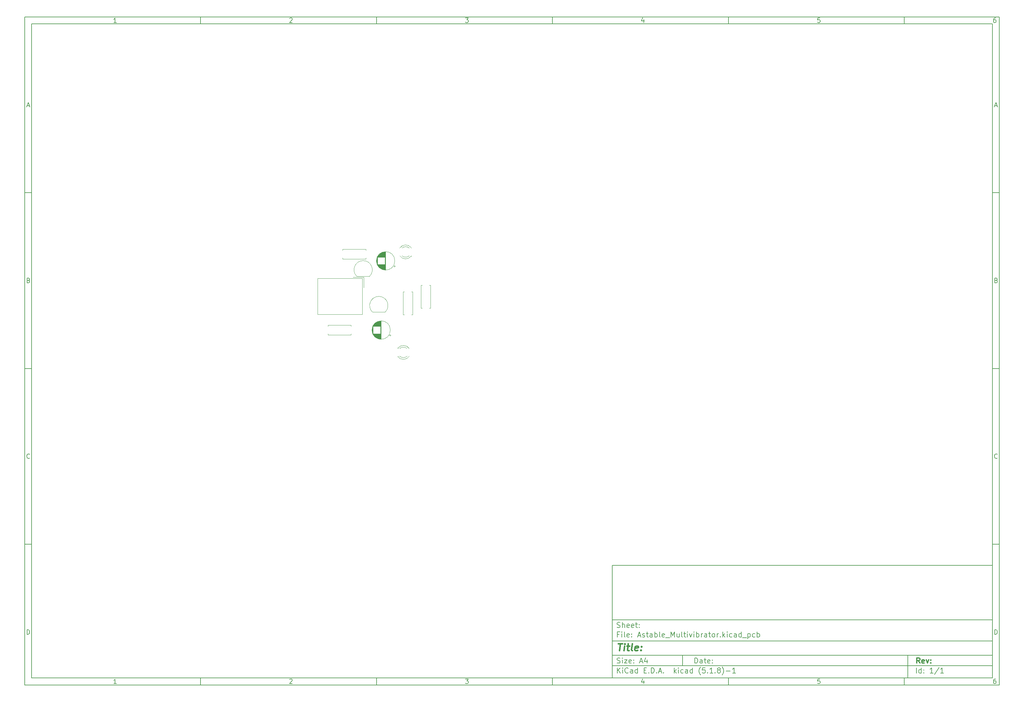
<source format=gto>
%TF.GenerationSoftware,KiCad,Pcbnew,(5.1.8)-1*%
%TF.CreationDate,2021-07-18T16:23:35-07:00*%
%TF.ProjectId,Astable_Multivibrator,41737461-626c-4655-9f4d-756c74697669,rev?*%
%TF.SameCoordinates,Original*%
%TF.FileFunction,Legend,Top*%
%TF.FilePolarity,Positive*%
%FSLAX46Y46*%
G04 Gerber Fmt 4.6, Leading zero omitted, Abs format (unit mm)*
G04 Created by KiCad (PCBNEW (5.1.8)-1) date 2021-07-18 16:23:35*
%MOMM*%
%LPD*%
G01*
G04 APERTURE LIST*
%ADD10C,0.100000*%
%ADD11C,0.150000*%
%ADD12C,0.300000*%
%ADD13C,0.400000*%
%ADD14C,0.120000*%
G04 APERTURE END LIST*
D10*
D11*
X177002200Y-166007200D02*
X177002200Y-198007200D01*
X285002200Y-198007200D01*
X285002200Y-166007200D01*
X177002200Y-166007200D01*
D10*
D11*
X10000000Y-10000000D02*
X10000000Y-200007200D01*
X287002200Y-200007200D01*
X287002200Y-10000000D01*
X10000000Y-10000000D01*
D10*
D11*
X12000000Y-12000000D02*
X12000000Y-198007200D01*
X285002200Y-198007200D01*
X285002200Y-12000000D01*
X12000000Y-12000000D01*
D10*
D11*
X60000000Y-12000000D02*
X60000000Y-10000000D01*
D10*
D11*
X110000000Y-12000000D02*
X110000000Y-10000000D01*
D10*
D11*
X160000000Y-12000000D02*
X160000000Y-10000000D01*
D10*
D11*
X210000000Y-12000000D02*
X210000000Y-10000000D01*
D10*
D11*
X260000000Y-12000000D02*
X260000000Y-10000000D01*
D10*
D11*
X36065476Y-11588095D02*
X35322619Y-11588095D01*
X35694047Y-11588095D02*
X35694047Y-10288095D01*
X35570238Y-10473809D01*
X35446428Y-10597619D01*
X35322619Y-10659523D01*
D10*
D11*
X85322619Y-10411904D02*
X85384523Y-10350000D01*
X85508333Y-10288095D01*
X85817857Y-10288095D01*
X85941666Y-10350000D01*
X86003571Y-10411904D01*
X86065476Y-10535714D01*
X86065476Y-10659523D01*
X86003571Y-10845238D01*
X85260714Y-11588095D01*
X86065476Y-11588095D01*
D10*
D11*
X135260714Y-10288095D02*
X136065476Y-10288095D01*
X135632142Y-10783333D01*
X135817857Y-10783333D01*
X135941666Y-10845238D01*
X136003571Y-10907142D01*
X136065476Y-11030952D01*
X136065476Y-11340476D01*
X136003571Y-11464285D01*
X135941666Y-11526190D01*
X135817857Y-11588095D01*
X135446428Y-11588095D01*
X135322619Y-11526190D01*
X135260714Y-11464285D01*
D10*
D11*
X185941666Y-10721428D02*
X185941666Y-11588095D01*
X185632142Y-10226190D02*
X185322619Y-11154761D01*
X186127380Y-11154761D01*
D10*
D11*
X236003571Y-10288095D02*
X235384523Y-10288095D01*
X235322619Y-10907142D01*
X235384523Y-10845238D01*
X235508333Y-10783333D01*
X235817857Y-10783333D01*
X235941666Y-10845238D01*
X236003571Y-10907142D01*
X236065476Y-11030952D01*
X236065476Y-11340476D01*
X236003571Y-11464285D01*
X235941666Y-11526190D01*
X235817857Y-11588095D01*
X235508333Y-11588095D01*
X235384523Y-11526190D01*
X235322619Y-11464285D01*
D10*
D11*
X285941666Y-10288095D02*
X285694047Y-10288095D01*
X285570238Y-10350000D01*
X285508333Y-10411904D01*
X285384523Y-10597619D01*
X285322619Y-10845238D01*
X285322619Y-11340476D01*
X285384523Y-11464285D01*
X285446428Y-11526190D01*
X285570238Y-11588095D01*
X285817857Y-11588095D01*
X285941666Y-11526190D01*
X286003571Y-11464285D01*
X286065476Y-11340476D01*
X286065476Y-11030952D01*
X286003571Y-10907142D01*
X285941666Y-10845238D01*
X285817857Y-10783333D01*
X285570238Y-10783333D01*
X285446428Y-10845238D01*
X285384523Y-10907142D01*
X285322619Y-11030952D01*
D10*
D11*
X60000000Y-198007200D02*
X60000000Y-200007200D01*
D10*
D11*
X110000000Y-198007200D02*
X110000000Y-200007200D01*
D10*
D11*
X160000000Y-198007200D02*
X160000000Y-200007200D01*
D10*
D11*
X210000000Y-198007200D02*
X210000000Y-200007200D01*
D10*
D11*
X260000000Y-198007200D02*
X260000000Y-200007200D01*
D10*
D11*
X36065476Y-199595295D02*
X35322619Y-199595295D01*
X35694047Y-199595295D02*
X35694047Y-198295295D01*
X35570238Y-198481009D01*
X35446428Y-198604819D01*
X35322619Y-198666723D01*
D10*
D11*
X85322619Y-198419104D02*
X85384523Y-198357200D01*
X85508333Y-198295295D01*
X85817857Y-198295295D01*
X85941666Y-198357200D01*
X86003571Y-198419104D01*
X86065476Y-198542914D01*
X86065476Y-198666723D01*
X86003571Y-198852438D01*
X85260714Y-199595295D01*
X86065476Y-199595295D01*
D10*
D11*
X135260714Y-198295295D02*
X136065476Y-198295295D01*
X135632142Y-198790533D01*
X135817857Y-198790533D01*
X135941666Y-198852438D01*
X136003571Y-198914342D01*
X136065476Y-199038152D01*
X136065476Y-199347676D01*
X136003571Y-199471485D01*
X135941666Y-199533390D01*
X135817857Y-199595295D01*
X135446428Y-199595295D01*
X135322619Y-199533390D01*
X135260714Y-199471485D01*
D10*
D11*
X185941666Y-198728628D02*
X185941666Y-199595295D01*
X185632142Y-198233390D02*
X185322619Y-199161961D01*
X186127380Y-199161961D01*
D10*
D11*
X236003571Y-198295295D02*
X235384523Y-198295295D01*
X235322619Y-198914342D01*
X235384523Y-198852438D01*
X235508333Y-198790533D01*
X235817857Y-198790533D01*
X235941666Y-198852438D01*
X236003571Y-198914342D01*
X236065476Y-199038152D01*
X236065476Y-199347676D01*
X236003571Y-199471485D01*
X235941666Y-199533390D01*
X235817857Y-199595295D01*
X235508333Y-199595295D01*
X235384523Y-199533390D01*
X235322619Y-199471485D01*
D10*
D11*
X285941666Y-198295295D02*
X285694047Y-198295295D01*
X285570238Y-198357200D01*
X285508333Y-198419104D01*
X285384523Y-198604819D01*
X285322619Y-198852438D01*
X285322619Y-199347676D01*
X285384523Y-199471485D01*
X285446428Y-199533390D01*
X285570238Y-199595295D01*
X285817857Y-199595295D01*
X285941666Y-199533390D01*
X286003571Y-199471485D01*
X286065476Y-199347676D01*
X286065476Y-199038152D01*
X286003571Y-198914342D01*
X285941666Y-198852438D01*
X285817857Y-198790533D01*
X285570238Y-198790533D01*
X285446428Y-198852438D01*
X285384523Y-198914342D01*
X285322619Y-199038152D01*
D10*
D11*
X10000000Y-60000000D02*
X12000000Y-60000000D01*
D10*
D11*
X10000000Y-110000000D02*
X12000000Y-110000000D01*
D10*
D11*
X10000000Y-160000000D02*
X12000000Y-160000000D01*
D10*
D11*
X10690476Y-35216666D02*
X11309523Y-35216666D01*
X10566666Y-35588095D02*
X11000000Y-34288095D01*
X11433333Y-35588095D01*
D10*
D11*
X11092857Y-84907142D02*
X11278571Y-84969047D01*
X11340476Y-85030952D01*
X11402380Y-85154761D01*
X11402380Y-85340476D01*
X11340476Y-85464285D01*
X11278571Y-85526190D01*
X11154761Y-85588095D01*
X10659523Y-85588095D01*
X10659523Y-84288095D01*
X11092857Y-84288095D01*
X11216666Y-84350000D01*
X11278571Y-84411904D01*
X11340476Y-84535714D01*
X11340476Y-84659523D01*
X11278571Y-84783333D01*
X11216666Y-84845238D01*
X11092857Y-84907142D01*
X10659523Y-84907142D01*
D10*
D11*
X11402380Y-135464285D02*
X11340476Y-135526190D01*
X11154761Y-135588095D01*
X11030952Y-135588095D01*
X10845238Y-135526190D01*
X10721428Y-135402380D01*
X10659523Y-135278571D01*
X10597619Y-135030952D01*
X10597619Y-134845238D01*
X10659523Y-134597619D01*
X10721428Y-134473809D01*
X10845238Y-134350000D01*
X11030952Y-134288095D01*
X11154761Y-134288095D01*
X11340476Y-134350000D01*
X11402380Y-134411904D01*
D10*
D11*
X10659523Y-185588095D02*
X10659523Y-184288095D01*
X10969047Y-184288095D01*
X11154761Y-184350000D01*
X11278571Y-184473809D01*
X11340476Y-184597619D01*
X11402380Y-184845238D01*
X11402380Y-185030952D01*
X11340476Y-185278571D01*
X11278571Y-185402380D01*
X11154761Y-185526190D01*
X10969047Y-185588095D01*
X10659523Y-185588095D01*
D10*
D11*
X287002200Y-60000000D02*
X285002200Y-60000000D01*
D10*
D11*
X287002200Y-110000000D02*
X285002200Y-110000000D01*
D10*
D11*
X287002200Y-160000000D02*
X285002200Y-160000000D01*
D10*
D11*
X285692676Y-35216666D02*
X286311723Y-35216666D01*
X285568866Y-35588095D02*
X286002200Y-34288095D01*
X286435533Y-35588095D01*
D10*
D11*
X286095057Y-84907142D02*
X286280771Y-84969047D01*
X286342676Y-85030952D01*
X286404580Y-85154761D01*
X286404580Y-85340476D01*
X286342676Y-85464285D01*
X286280771Y-85526190D01*
X286156961Y-85588095D01*
X285661723Y-85588095D01*
X285661723Y-84288095D01*
X286095057Y-84288095D01*
X286218866Y-84350000D01*
X286280771Y-84411904D01*
X286342676Y-84535714D01*
X286342676Y-84659523D01*
X286280771Y-84783333D01*
X286218866Y-84845238D01*
X286095057Y-84907142D01*
X285661723Y-84907142D01*
D10*
D11*
X286404580Y-135464285D02*
X286342676Y-135526190D01*
X286156961Y-135588095D01*
X286033152Y-135588095D01*
X285847438Y-135526190D01*
X285723628Y-135402380D01*
X285661723Y-135278571D01*
X285599819Y-135030952D01*
X285599819Y-134845238D01*
X285661723Y-134597619D01*
X285723628Y-134473809D01*
X285847438Y-134350000D01*
X286033152Y-134288095D01*
X286156961Y-134288095D01*
X286342676Y-134350000D01*
X286404580Y-134411904D01*
D10*
D11*
X285661723Y-185588095D02*
X285661723Y-184288095D01*
X285971247Y-184288095D01*
X286156961Y-184350000D01*
X286280771Y-184473809D01*
X286342676Y-184597619D01*
X286404580Y-184845238D01*
X286404580Y-185030952D01*
X286342676Y-185278571D01*
X286280771Y-185402380D01*
X286156961Y-185526190D01*
X285971247Y-185588095D01*
X285661723Y-185588095D01*
D10*
D11*
X200434342Y-193785771D02*
X200434342Y-192285771D01*
X200791485Y-192285771D01*
X201005771Y-192357200D01*
X201148628Y-192500057D01*
X201220057Y-192642914D01*
X201291485Y-192928628D01*
X201291485Y-193142914D01*
X201220057Y-193428628D01*
X201148628Y-193571485D01*
X201005771Y-193714342D01*
X200791485Y-193785771D01*
X200434342Y-193785771D01*
X202577200Y-193785771D02*
X202577200Y-193000057D01*
X202505771Y-192857200D01*
X202362914Y-192785771D01*
X202077200Y-192785771D01*
X201934342Y-192857200D01*
X202577200Y-193714342D02*
X202434342Y-193785771D01*
X202077200Y-193785771D01*
X201934342Y-193714342D01*
X201862914Y-193571485D01*
X201862914Y-193428628D01*
X201934342Y-193285771D01*
X202077200Y-193214342D01*
X202434342Y-193214342D01*
X202577200Y-193142914D01*
X203077200Y-192785771D02*
X203648628Y-192785771D01*
X203291485Y-192285771D02*
X203291485Y-193571485D01*
X203362914Y-193714342D01*
X203505771Y-193785771D01*
X203648628Y-193785771D01*
X204720057Y-193714342D02*
X204577200Y-193785771D01*
X204291485Y-193785771D01*
X204148628Y-193714342D01*
X204077200Y-193571485D01*
X204077200Y-193000057D01*
X204148628Y-192857200D01*
X204291485Y-192785771D01*
X204577200Y-192785771D01*
X204720057Y-192857200D01*
X204791485Y-193000057D01*
X204791485Y-193142914D01*
X204077200Y-193285771D01*
X205434342Y-193642914D02*
X205505771Y-193714342D01*
X205434342Y-193785771D01*
X205362914Y-193714342D01*
X205434342Y-193642914D01*
X205434342Y-193785771D01*
X205434342Y-192857200D02*
X205505771Y-192928628D01*
X205434342Y-193000057D01*
X205362914Y-192928628D01*
X205434342Y-192857200D01*
X205434342Y-193000057D01*
D10*
D11*
X177002200Y-194507200D02*
X285002200Y-194507200D01*
D10*
D11*
X178434342Y-196585771D02*
X178434342Y-195085771D01*
X179291485Y-196585771D02*
X178648628Y-195728628D01*
X179291485Y-195085771D02*
X178434342Y-195942914D01*
X179934342Y-196585771D02*
X179934342Y-195585771D01*
X179934342Y-195085771D02*
X179862914Y-195157200D01*
X179934342Y-195228628D01*
X180005771Y-195157200D01*
X179934342Y-195085771D01*
X179934342Y-195228628D01*
X181505771Y-196442914D02*
X181434342Y-196514342D01*
X181220057Y-196585771D01*
X181077200Y-196585771D01*
X180862914Y-196514342D01*
X180720057Y-196371485D01*
X180648628Y-196228628D01*
X180577200Y-195942914D01*
X180577200Y-195728628D01*
X180648628Y-195442914D01*
X180720057Y-195300057D01*
X180862914Y-195157200D01*
X181077200Y-195085771D01*
X181220057Y-195085771D01*
X181434342Y-195157200D01*
X181505771Y-195228628D01*
X182791485Y-196585771D02*
X182791485Y-195800057D01*
X182720057Y-195657200D01*
X182577200Y-195585771D01*
X182291485Y-195585771D01*
X182148628Y-195657200D01*
X182791485Y-196514342D02*
X182648628Y-196585771D01*
X182291485Y-196585771D01*
X182148628Y-196514342D01*
X182077200Y-196371485D01*
X182077200Y-196228628D01*
X182148628Y-196085771D01*
X182291485Y-196014342D01*
X182648628Y-196014342D01*
X182791485Y-195942914D01*
X184148628Y-196585771D02*
X184148628Y-195085771D01*
X184148628Y-196514342D02*
X184005771Y-196585771D01*
X183720057Y-196585771D01*
X183577200Y-196514342D01*
X183505771Y-196442914D01*
X183434342Y-196300057D01*
X183434342Y-195871485D01*
X183505771Y-195728628D01*
X183577200Y-195657200D01*
X183720057Y-195585771D01*
X184005771Y-195585771D01*
X184148628Y-195657200D01*
X186005771Y-195800057D02*
X186505771Y-195800057D01*
X186720057Y-196585771D02*
X186005771Y-196585771D01*
X186005771Y-195085771D01*
X186720057Y-195085771D01*
X187362914Y-196442914D02*
X187434342Y-196514342D01*
X187362914Y-196585771D01*
X187291485Y-196514342D01*
X187362914Y-196442914D01*
X187362914Y-196585771D01*
X188077200Y-196585771D02*
X188077200Y-195085771D01*
X188434342Y-195085771D01*
X188648628Y-195157200D01*
X188791485Y-195300057D01*
X188862914Y-195442914D01*
X188934342Y-195728628D01*
X188934342Y-195942914D01*
X188862914Y-196228628D01*
X188791485Y-196371485D01*
X188648628Y-196514342D01*
X188434342Y-196585771D01*
X188077200Y-196585771D01*
X189577200Y-196442914D02*
X189648628Y-196514342D01*
X189577200Y-196585771D01*
X189505771Y-196514342D01*
X189577200Y-196442914D01*
X189577200Y-196585771D01*
X190220057Y-196157200D02*
X190934342Y-196157200D01*
X190077200Y-196585771D02*
X190577200Y-195085771D01*
X191077200Y-196585771D01*
X191577200Y-196442914D02*
X191648628Y-196514342D01*
X191577200Y-196585771D01*
X191505771Y-196514342D01*
X191577200Y-196442914D01*
X191577200Y-196585771D01*
X194577200Y-196585771D02*
X194577200Y-195085771D01*
X194720057Y-196014342D02*
X195148628Y-196585771D01*
X195148628Y-195585771D02*
X194577200Y-196157200D01*
X195791485Y-196585771D02*
X195791485Y-195585771D01*
X195791485Y-195085771D02*
X195720057Y-195157200D01*
X195791485Y-195228628D01*
X195862914Y-195157200D01*
X195791485Y-195085771D01*
X195791485Y-195228628D01*
X197148628Y-196514342D02*
X197005771Y-196585771D01*
X196720057Y-196585771D01*
X196577200Y-196514342D01*
X196505771Y-196442914D01*
X196434342Y-196300057D01*
X196434342Y-195871485D01*
X196505771Y-195728628D01*
X196577200Y-195657200D01*
X196720057Y-195585771D01*
X197005771Y-195585771D01*
X197148628Y-195657200D01*
X198434342Y-196585771D02*
X198434342Y-195800057D01*
X198362914Y-195657200D01*
X198220057Y-195585771D01*
X197934342Y-195585771D01*
X197791485Y-195657200D01*
X198434342Y-196514342D02*
X198291485Y-196585771D01*
X197934342Y-196585771D01*
X197791485Y-196514342D01*
X197720057Y-196371485D01*
X197720057Y-196228628D01*
X197791485Y-196085771D01*
X197934342Y-196014342D01*
X198291485Y-196014342D01*
X198434342Y-195942914D01*
X199791485Y-196585771D02*
X199791485Y-195085771D01*
X199791485Y-196514342D02*
X199648628Y-196585771D01*
X199362914Y-196585771D01*
X199220057Y-196514342D01*
X199148628Y-196442914D01*
X199077200Y-196300057D01*
X199077200Y-195871485D01*
X199148628Y-195728628D01*
X199220057Y-195657200D01*
X199362914Y-195585771D01*
X199648628Y-195585771D01*
X199791485Y-195657200D01*
X202077200Y-197157200D02*
X202005771Y-197085771D01*
X201862914Y-196871485D01*
X201791485Y-196728628D01*
X201720057Y-196514342D01*
X201648628Y-196157200D01*
X201648628Y-195871485D01*
X201720057Y-195514342D01*
X201791485Y-195300057D01*
X201862914Y-195157200D01*
X202005771Y-194942914D01*
X202077200Y-194871485D01*
X203362914Y-195085771D02*
X202648628Y-195085771D01*
X202577200Y-195800057D01*
X202648628Y-195728628D01*
X202791485Y-195657200D01*
X203148628Y-195657200D01*
X203291485Y-195728628D01*
X203362914Y-195800057D01*
X203434342Y-195942914D01*
X203434342Y-196300057D01*
X203362914Y-196442914D01*
X203291485Y-196514342D01*
X203148628Y-196585771D01*
X202791485Y-196585771D01*
X202648628Y-196514342D01*
X202577200Y-196442914D01*
X204077200Y-196442914D02*
X204148628Y-196514342D01*
X204077200Y-196585771D01*
X204005771Y-196514342D01*
X204077200Y-196442914D01*
X204077200Y-196585771D01*
X205577200Y-196585771D02*
X204720057Y-196585771D01*
X205148628Y-196585771D02*
X205148628Y-195085771D01*
X205005771Y-195300057D01*
X204862914Y-195442914D01*
X204720057Y-195514342D01*
X206220057Y-196442914D02*
X206291485Y-196514342D01*
X206220057Y-196585771D01*
X206148628Y-196514342D01*
X206220057Y-196442914D01*
X206220057Y-196585771D01*
X207148628Y-195728628D02*
X207005771Y-195657200D01*
X206934342Y-195585771D01*
X206862914Y-195442914D01*
X206862914Y-195371485D01*
X206934342Y-195228628D01*
X207005771Y-195157200D01*
X207148628Y-195085771D01*
X207434342Y-195085771D01*
X207577200Y-195157200D01*
X207648628Y-195228628D01*
X207720057Y-195371485D01*
X207720057Y-195442914D01*
X207648628Y-195585771D01*
X207577200Y-195657200D01*
X207434342Y-195728628D01*
X207148628Y-195728628D01*
X207005771Y-195800057D01*
X206934342Y-195871485D01*
X206862914Y-196014342D01*
X206862914Y-196300057D01*
X206934342Y-196442914D01*
X207005771Y-196514342D01*
X207148628Y-196585771D01*
X207434342Y-196585771D01*
X207577200Y-196514342D01*
X207648628Y-196442914D01*
X207720057Y-196300057D01*
X207720057Y-196014342D01*
X207648628Y-195871485D01*
X207577200Y-195800057D01*
X207434342Y-195728628D01*
X208220057Y-197157200D02*
X208291485Y-197085771D01*
X208434342Y-196871485D01*
X208505771Y-196728628D01*
X208577200Y-196514342D01*
X208648628Y-196157200D01*
X208648628Y-195871485D01*
X208577200Y-195514342D01*
X208505771Y-195300057D01*
X208434342Y-195157200D01*
X208291485Y-194942914D01*
X208220057Y-194871485D01*
X209362914Y-196014342D02*
X210505771Y-196014342D01*
X212005771Y-196585771D02*
X211148628Y-196585771D01*
X211577200Y-196585771D02*
X211577200Y-195085771D01*
X211434342Y-195300057D01*
X211291485Y-195442914D01*
X211148628Y-195514342D01*
D10*
D11*
X177002200Y-191507200D02*
X285002200Y-191507200D01*
D10*
D12*
X264411485Y-193785771D02*
X263911485Y-193071485D01*
X263554342Y-193785771D02*
X263554342Y-192285771D01*
X264125771Y-192285771D01*
X264268628Y-192357200D01*
X264340057Y-192428628D01*
X264411485Y-192571485D01*
X264411485Y-192785771D01*
X264340057Y-192928628D01*
X264268628Y-193000057D01*
X264125771Y-193071485D01*
X263554342Y-193071485D01*
X265625771Y-193714342D02*
X265482914Y-193785771D01*
X265197200Y-193785771D01*
X265054342Y-193714342D01*
X264982914Y-193571485D01*
X264982914Y-193000057D01*
X265054342Y-192857200D01*
X265197200Y-192785771D01*
X265482914Y-192785771D01*
X265625771Y-192857200D01*
X265697200Y-193000057D01*
X265697200Y-193142914D01*
X264982914Y-193285771D01*
X266197200Y-192785771D02*
X266554342Y-193785771D01*
X266911485Y-192785771D01*
X267482914Y-193642914D02*
X267554342Y-193714342D01*
X267482914Y-193785771D01*
X267411485Y-193714342D01*
X267482914Y-193642914D01*
X267482914Y-193785771D01*
X267482914Y-192857200D02*
X267554342Y-192928628D01*
X267482914Y-193000057D01*
X267411485Y-192928628D01*
X267482914Y-192857200D01*
X267482914Y-193000057D01*
D10*
D11*
X178362914Y-193714342D02*
X178577200Y-193785771D01*
X178934342Y-193785771D01*
X179077200Y-193714342D01*
X179148628Y-193642914D01*
X179220057Y-193500057D01*
X179220057Y-193357200D01*
X179148628Y-193214342D01*
X179077200Y-193142914D01*
X178934342Y-193071485D01*
X178648628Y-193000057D01*
X178505771Y-192928628D01*
X178434342Y-192857200D01*
X178362914Y-192714342D01*
X178362914Y-192571485D01*
X178434342Y-192428628D01*
X178505771Y-192357200D01*
X178648628Y-192285771D01*
X179005771Y-192285771D01*
X179220057Y-192357200D01*
X179862914Y-193785771D02*
X179862914Y-192785771D01*
X179862914Y-192285771D02*
X179791485Y-192357200D01*
X179862914Y-192428628D01*
X179934342Y-192357200D01*
X179862914Y-192285771D01*
X179862914Y-192428628D01*
X180434342Y-192785771D02*
X181220057Y-192785771D01*
X180434342Y-193785771D01*
X181220057Y-193785771D01*
X182362914Y-193714342D02*
X182220057Y-193785771D01*
X181934342Y-193785771D01*
X181791485Y-193714342D01*
X181720057Y-193571485D01*
X181720057Y-193000057D01*
X181791485Y-192857200D01*
X181934342Y-192785771D01*
X182220057Y-192785771D01*
X182362914Y-192857200D01*
X182434342Y-193000057D01*
X182434342Y-193142914D01*
X181720057Y-193285771D01*
X183077200Y-193642914D02*
X183148628Y-193714342D01*
X183077200Y-193785771D01*
X183005771Y-193714342D01*
X183077200Y-193642914D01*
X183077200Y-193785771D01*
X183077200Y-192857200D02*
X183148628Y-192928628D01*
X183077200Y-193000057D01*
X183005771Y-192928628D01*
X183077200Y-192857200D01*
X183077200Y-193000057D01*
X184862914Y-193357200D02*
X185577200Y-193357200D01*
X184720057Y-193785771D02*
X185220057Y-192285771D01*
X185720057Y-193785771D01*
X186862914Y-192785771D02*
X186862914Y-193785771D01*
X186505771Y-192214342D02*
X186148628Y-193285771D01*
X187077200Y-193285771D01*
D10*
D11*
X263434342Y-196585771D02*
X263434342Y-195085771D01*
X264791485Y-196585771D02*
X264791485Y-195085771D01*
X264791485Y-196514342D02*
X264648628Y-196585771D01*
X264362914Y-196585771D01*
X264220057Y-196514342D01*
X264148628Y-196442914D01*
X264077200Y-196300057D01*
X264077200Y-195871485D01*
X264148628Y-195728628D01*
X264220057Y-195657200D01*
X264362914Y-195585771D01*
X264648628Y-195585771D01*
X264791485Y-195657200D01*
X265505771Y-196442914D02*
X265577200Y-196514342D01*
X265505771Y-196585771D01*
X265434342Y-196514342D01*
X265505771Y-196442914D01*
X265505771Y-196585771D01*
X265505771Y-195657200D02*
X265577200Y-195728628D01*
X265505771Y-195800057D01*
X265434342Y-195728628D01*
X265505771Y-195657200D01*
X265505771Y-195800057D01*
X268148628Y-196585771D02*
X267291485Y-196585771D01*
X267720057Y-196585771D02*
X267720057Y-195085771D01*
X267577200Y-195300057D01*
X267434342Y-195442914D01*
X267291485Y-195514342D01*
X269862914Y-195014342D02*
X268577200Y-196942914D01*
X271148628Y-196585771D02*
X270291485Y-196585771D01*
X270720057Y-196585771D02*
X270720057Y-195085771D01*
X270577200Y-195300057D01*
X270434342Y-195442914D01*
X270291485Y-195514342D01*
D10*
D11*
X177002200Y-187507200D02*
X285002200Y-187507200D01*
D10*
D13*
X178714580Y-188211961D02*
X179857438Y-188211961D01*
X179036009Y-190211961D02*
X179286009Y-188211961D01*
X180274104Y-190211961D02*
X180440771Y-188878628D01*
X180524104Y-188211961D02*
X180416961Y-188307200D01*
X180500295Y-188402438D01*
X180607438Y-188307200D01*
X180524104Y-188211961D01*
X180500295Y-188402438D01*
X181107438Y-188878628D02*
X181869342Y-188878628D01*
X181476485Y-188211961D02*
X181262200Y-189926247D01*
X181333628Y-190116723D01*
X181512200Y-190211961D01*
X181702676Y-190211961D01*
X182655057Y-190211961D02*
X182476485Y-190116723D01*
X182405057Y-189926247D01*
X182619342Y-188211961D01*
X184190771Y-190116723D02*
X183988390Y-190211961D01*
X183607438Y-190211961D01*
X183428866Y-190116723D01*
X183357438Y-189926247D01*
X183452676Y-189164342D01*
X183571723Y-188973866D01*
X183774104Y-188878628D01*
X184155057Y-188878628D01*
X184333628Y-188973866D01*
X184405057Y-189164342D01*
X184381247Y-189354819D01*
X183405057Y-189545295D01*
X185155057Y-190021485D02*
X185238390Y-190116723D01*
X185131247Y-190211961D01*
X185047914Y-190116723D01*
X185155057Y-190021485D01*
X185131247Y-190211961D01*
X185286009Y-188973866D02*
X185369342Y-189069104D01*
X185262200Y-189164342D01*
X185178866Y-189069104D01*
X185286009Y-188973866D01*
X185262200Y-189164342D01*
D10*
D11*
X178934342Y-185600057D02*
X178434342Y-185600057D01*
X178434342Y-186385771D02*
X178434342Y-184885771D01*
X179148628Y-184885771D01*
X179720057Y-186385771D02*
X179720057Y-185385771D01*
X179720057Y-184885771D02*
X179648628Y-184957200D01*
X179720057Y-185028628D01*
X179791485Y-184957200D01*
X179720057Y-184885771D01*
X179720057Y-185028628D01*
X180648628Y-186385771D02*
X180505771Y-186314342D01*
X180434342Y-186171485D01*
X180434342Y-184885771D01*
X181791485Y-186314342D02*
X181648628Y-186385771D01*
X181362914Y-186385771D01*
X181220057Y-186314342D01*
X181148628Y-186171485D01*
X181148628Y-185600057D01*
X181220057Y-185457200D01*
X181362914Y-185385771D01*
X181648628Y-185385771D01*
X181791485Y-185457200D01*
X181862914Y-185600057D01*
X181862914Y-185742914D01*
X181148628Y-185885771D01*
X182505771Y-186242914D02*
X182577200Y-186314342D01*
X182505771Y-186385771D01*
X182434342Y-186314342D01*
X182505771Y-186242914D01*
X182505771Y-186385771D01*
X182505771Y-185457200D02*
X182577200Y-185528628D01*
X182505771Y-185600057D01*
X182434342Y-185528628D01*
X182505771Y-185457200D01*
X182505771Y-185600057D01*
X184291485Y-185957200D02*
X185005771Y-185957200D01*
X184148628Y-186385771D02*
X184648628Y-184885771D01*
X185148628Y-186385771D01*
X185577200Y-186314342D02*
X185720057Y-186385771D01*
X186005771Y-186385771D01*
X186148628Y-186314342D01*
X186220057Y-186171485D01*
X186220057Y-186100057D01*
X186148628Y-185957200D01*
X186005771Y-185885771D01*
X185791485Y-185885771D01*
X185648628Y-185814342D01*
X185577200Y-185671485D01*
X185577200Y-185600057D01*
X185648628Y-185457200D01*
X185791485Y-185385771D01*
X186005771Y-185385771D01*
X186148628Y-185457200D01*
X186648628Y-185385771D02*
X187220057Y-185385771D01*
X186862914Y-184885771D02*
X186862914Y-186171485D01*
X186934342Y-186314342D01*
X187077200Y-186385771D01*
X187220057Y-186385771D01*
X188362914Y-186385771D02*
X188362914Y-185600057D01*
X188291485Y-185457200D01*
X188148628Y-185385771D01*
X187862914Y-185385771D01*
X187720057Y-185457200D01*
X188362914Y-186314342D02*
X188220057Y-186385771D01*
X187862914Y-186385771D01*
X187720057Y-186314342D01*
X187648628Y-186171485D01*
X187648628Y-186028628D01*
X187720057Y-185885771D01*
X187862914Y-185814342D01*
X188220057Y-185814342D01*
X188362914Y-185742914D01*
X189077200Y-186385771D02*
X189077200Y-184885771D01*
X189077200Y-185457200D02*
X189220057Y-185385771D01*
X189505771Y-185385771D01*
X189648628Y-185457200D01*
X189720057Y-185528628D01*
X189791485Y-185671485D01*
X189791485Y-186100057D01*
X189720057Y-186242914D01*
X189648628Y-186314342D01*
X189505771Y-186385771D01*
X189220057Y-186385771D01*
X189077200Y-186314342D01*
X190648628Y-186385771D02*
X190505771Y-186314342D01*
X190434342Y-186171485D01*
X190434342Y-184885771D01*
X191791485Y-186314342D02*
X191648628Y-186385771D01*
X191362914Y-186385771D01*
X191220057Y-186314342D01*
X191148628Y-186171485D01*
X191148628Y-185600057D01*
X191220057Y-185457200D01*
X191362914Y-185385771D01*
X191648628Y-185385771D01*
X191791485Y-185457200D01*
X191862914Y-185600057D01*
X191862914Y-185742914D01*
X191148628Y-185885771D01*
X192148628Y-186528628D02*
X193291485Y-186528628D01*
X193648628Y-186385771D02*
X193648628Y-184885771D01*
X194148628Y-185957200D01*
X194648628Y-184885771D01*
X194648628Y-186385771D01*
X196005771Y-185385771D02*
X196005771Y-186385771D01*
X195362914Y-185385771D02*
X195362914Y-186171485D01*
X195434342Y-186314342D01*
X195577200Y-186385771D01*
X195791485Y-186385771D01*
X195934342Y-186314342D01*
X196005771Y-186242914D01*
X196934342Y-186385771D02*
X196791485Y-186314342D01*
X196720057Y-186171485D01*
X196720057Y-184885771D01*
X197291485Y-185385771D02*
X197862914Y-185385771D01*
X197505771Y-184885771D02*
X197505771Y-186171485D01*
X197577200Y-186314342D01*
X197720057Y-186385771D01*
X197862914Y-186385771D01*
X198362914Y-186385771D02*
X198362914Y-185385771D01*
X198362914Y-184885771D02*
X198291485Y-184957200D01*
X198362914Y-185028628D01*
X198434342Y-184957200D01*
X198362914Y-184885771D01*
X198362914Y-185028628D01*
X198934342Y-185385771D02*
X199291485Y-186385771D01*
X199648628Y-185385771D01*
X200220057Y-186385771D02*
X200220057Y-185385771D01*
X200220057Y-184885771D02*
X200148628Y-184957200D01*
X200220057Y-185028628D01*
X200291485Y-184957200D01*
X200220057Y-184885771D01*
X200220057Y-185028628D01*
X200934342Y-186385771D02*
X200934342Y-184885771D01*
X200934342Y-185457200D02*
X201077200Y-185385771D01*
X201362914Y-185385771D01*
X201505771Y-185457200D01*
X201577200Y-185528628D01*
X201648628Y-185671485D01*
X201648628Y-186100057D01*
X201577200Y-186242914D01*
X201505771Y-186314342D01*
X201362914Y-186385771D01*
X201077200Y-186385771D01*
X200934342Y-186314342D01*
X202291485Y-186385771D02*
X202291485Y-185385771D01*
X202291485Y-185671485D02*
X202362914Y-185528628D01*
X202434342Y-185457200D01*
X202577200Y-185385771D01*
X202720057Y-185385771D01*
X203862914Y-186385771D02*
X203862914Y-185600057D01*
X203791485Y-185457200D01*
X203648628Y-185385771D01*
X203362914Y-185385771D01*
X203220057Y-185457200D01*
X203862914Y-186314342D02*
X203720057Y-186385771D01*
X203362914Y-186385771D01*
X203220057Y-186314342D01*
X203148628Y-186171485D01*
X203148628Y-186028628D01*
X203220057Y-185885771D01*
X203362914Y-185814342D01*
X203720057Y-185814342D01*
X203862914Y-185742914D01*
X204362914Y-185385771D02*
X204934342Y-185385771D01*
X204577200Y-184885771D02*
X204577200Y-186171485D01*
X204648628Y-186314342D01*
X204791485Y-186385771D01*
X204934342Y-186385771D01*
X205648628Y-186385771D02*
X205505771Y-186314342D01*
X205434342Y-186242914D01*
X205362914Y-186100057D01*
X205362914Y-185671485D01*
X205434342Y-185528628D01*
X205505771Y-185457200D01*
X205648628Y-185385771D01*
X205862914Y-185385771D01*
X206005771Y-185457200D01*
X206077200Y-185528628D01*
X206148628Y-185671485D01*
X206148628Y-186100057D01*
X206077200Y-186242914D01*
X206005771Y-186314342D01*
X205862914Y-186385771D01*
X205648628Y-186385771D01*
X206791485Y-186385771D02*
X206791485Y-185385771D01*
X206791485Y-185671485D02*
X206862914Y-185528628D01*
X206934342Y-185457200D01*
X207077200Y-185385771D01*
X207220057Y-185385771D01*
X207720057Y-186242914D02*
X207791485Y-186314342D01*
X207720057Y-186385771D01*
X207648628Y-186314342D01*
X207720057Y-186242914D01*
X207720057Y-186385771D01*
X208434342Y-186385771D02*
X208434342Y-184885771D01*
X208577200Y-185814342D02*
X209005771Y-186385771D01*
X209005771Y-185385771D02*
X208434342Y-185957200D01*
X209648628Y-186385771D02*
X209648628Y-185385771D01*
X209648628Y-184885771D02*
X209577200Y-184957200D01*
X209648628Y-185028628D01*
X209720057Y-184957200D01*
X209648628Y-184885771D01*
X209648628Y-185028628D01*
X211005771Y-186314342D02*
X210862914Y-186385771D01*
X210577200Y-186385771D01*
X210434342Y-186314342D01*
X210362914Y-186242914D01*
X210291485Y-186100057D01*
X210291485Y-185671485D01*
X210362914Y-185528628D01*
X210434342Y-185457200D01*
X210577200Y-185385771D01*
X210862914Y-185385771D01*
X211005771Y-185457200D01*
X212291485Y-186385771D02*
X212291485Y-185600057D01*
X212220057Y-185457200D01*
X212077200Y-185385771D01*
X211791485Y-185385771D01*
X211648628Y-185457200D01*
X212291485Y-186314342D02*
X212148628Y-186385771D01*
X211791485Y-186385771D01*
X211648628Y-186314342D01*
X211577200Y-186171485D01*
X211577200Y-186028628D01*
X211648628Y-185885771D01*
X211791485Y-185814342D01*
X212148628Y-185814342D01*
X212291485Y-185742914D01*
X213648628Y-186385771D02*
X213648628Y-184885771D01*
X213648628Y-186314342D02*
X213505771Y-186385771D01*
X213220057Y-186385771D01*
X213077200Y-186314342D01*
X213005771Y-186242914D01*
X212934342Y-186100057D01*
X212934342Y-185671485D01*
X213005771Y-185528628D01*
X213077200Y-185457200D01*
X213220057Y-185385771D01*
X213505771Y-185385771D01*
X213648628Y-185457200D01*
X214005771Y-186528628D02*
X215148628Y-186528628D01*
X215505771Y-185385771D02*
X215505771Y-186885771D01*
X215505771Y-185457200D02*
X215648628Y-185385771D01*
X215934342Y-185385771D01*
X216077200Y-185457200D01*
X216148628Y-185528628D01*
X216220057Y-185671485D01*
X216220057Y-186100057D01*
X216148628Y-186242914D01*
X216077200Y-186314342D01*
X215934342Y-186385771D01*
X215648628Y-186385771D01*
X215505771Y-186314342D01*
X217505771Y-186314342D02*
X217362914Y-186385771D01*
X217077200Y-186385771D01*
X216934342Y-186314342D01*
X216862914Y-186242914D01*
X216791485Y-186100057D01*
X216791485Y-185671485D01*
X216862914Y-185528628D01*
X216934342Y-185457200D01*
X217077200Y-185385771D01*
X217362914Y-185385771D01*
X217505771Y-185457200D01*
X218148628Y-186385771D02*
X218148628Y-184885771D01*
X218148628Y-185457200D02*
X218291485Y-185385771D01*
X218577200Y-185385771D01*
X218720057Y-185457200D01*
X218791485Y-185528628D01*
X218862914Y-185671485D01*
X218862914Y-186100057D01*
X218791485Y-186242914D01*
X218720057Y-186314342D01*
X218577200Y-186385771D01*
X218291485Y-186385771D01*
X218148628Y-186314342D01*
D10*
D11*
X177002200Y-181507200D02*
X285002200Y-181507200D01*
D10*
D11*
X178362914Y-183614342D02*
X178577200Y-183685771D01*
X178934342Y-183685771D01*
X179077200Y-183614342D01*
X179148628Y-183542914D01*
X179220057Y-183400057D01*
X179220057Y-183257200D01*
X179148628Y-183114342D01*
X179077200Y-183042914D01*
X178934342Y-182971485D01*
X178648628Y-182900057D01*
X178505771Y-182828628D01*
X178434342Y-182757200D01*
X178362914Y-182614342D01*
X178362914Y-182471485D01*
X178434342Y-182328628D01*
X178505771Y-182257200D01*
X178648628Y-182185771D01*
X179005771Y-182185771D01*
X179220057Y-182257200D01*
X179862914Y-183685771D02*
X179862914Y-182185771D01*
X180505771Y-183685771D02*
X180505771Y-182900057D01*
X180434342Y-182757200D01*
X180291485Y-182685771D01*
X180077200Y-182685771D01*
X179934342Y-182757200D01*
X179862914Y-182828628D01*
X181791485Y-183614342D02*
X181648628Y-183685771D01*
X181362914Y-183685771D01*
X181220057Y-183614342D01*
X181148628Y-183471485D01*
X181148628Y-182900057D01*
X181220057Y-182757200D01*
X181362914Y-182685771D01*
X181648628Y-182685771D01*
X181791485Y-182757200D01*
X181862914Y-182900057D01*
X181862914Y-183042914D01*
X181148628Y-183185771D01*
X183077200Y-183614342D02*
X182934342Y-183685771D01*
X182648628Y-183685771D01*
X182505771Y-183614342D01*
X182434342Y-183471485D01*
X182434342Y-182900057D01*
X182505771Y-182757200D01*
X182648628Y-182685771D01*
X182934342Y-182685771D01*
X183077200Y-182757200D01*
X183148628Y-182900057D01*
X183148628Y-183042914D01*
X182434342Y-183185771D01*
X183577200Y-182685771D02*
X184148628Y-182685771D01*
X183791485Y-182185771D02*
X183791485Y-183471485D01*
X183862914Y-183614342D01*
X184005771Y-183685771D01*
X184148628Y-183685771D01*
X184648628Y-183542914D02*
X184720057Y-183614342D01*
X184648628Y-183685771D01*
X184577200Y-183614342D01*
X184648628Y-183542914D01*
X184648628Y-183685771D01*
X184648628Y-182757200D02*
X184720057Y-182828628D01*
X184648628Y-182900057D01*
X184577200Y-182828628D01*
X184648628Y-182757200D01*
X184648628Y-182900057D01*
D10*
D11*
X197002200Y-191507200D02*
X197002200Y-194507200D01*
D10*
D11*
X261002200Y-191507200D02*
X261002200Y-198007200D01*
D14*
%TO.C,D2*%
X119825000Y-75755000D02*
X119825000Y-75599000D01*
X119825000Y-78071000D02*
X119825000Y-77915000D01*
X117223870Y-75755163D02*
G75*
G02*
X119305961Y-75755000I1041130J-1079837D01*
G01*
X117223870Y-77914837D02*
G75*
G03*
X119305961Y-77915000I1041130J1079837D01*
G01*
X116592665Y-75756392D02*
G75*
G02*
X119825000Y-75599484I1672335J-1078608D01*
G01*
X116592665Y-77913608D02*
G75*
G03*
X119825000Y-78070516I1672335J1078608D01*
G01*
%TO.C,D1*%
X116070000Y-106490000D02*
X116070000Y-106646000D01*
X116070000Y-104174000D02*
X116070000Y-104330000D01*
X118671130Y-106489837D02*
G75*
G02*
X116589039Y-106490000I-1041130J1079837D01*
G01*
X118671130Y-104330163D02*
G75*
G03*
X116589039Y-104330000I-1041130J-1079837D01*
G01*
X119302335Y-106488608D02*
G75*
G02*
X116070000Y-106645516I-1672335J1078608D01*
G01*
X119302335Y-104331392D02*
G75*
G03*
X116070000Y-104174484I-1672335J-1078608D01*
G01*
%TO.C,C1*%
X113920000Y-99060000D02*
G75*
G03*
X113920000Y-99060000I-2620000J0D01*
G01*
X111300000Y-101640000D02*
X111300000Y-96480000D01*
X111260000Y-101640000D02*
X111260000Y-96480000D01*
X111220000Y-101639000D02*
X111220000Y-96481000D01*
X111180000Y-101638000D02*
X111180000Y-96482000D01*
X111140000Y-101636000D02*
X111140000Y-96484000D01*
X111100000Y-101633000D02*
X111100000Y-96487000D01*
X111060000Y-101629000D02*
X111060000Y-100100000D01*
X111060000Y-98020000D02*
X111060000Y-96491000D01*
X111020000Y-101625000D02*
X111020000Y-100100000D01*
X111020000Y-98020000D02*
X111020000Y-96495000D01*
X110980000Y-101621000D02*
X110980000Y-100100000D01*
X110980000Y-98020000D02*
X110980000Y-96499000D01*
X110940000Y-101616000D02*
X110940000Y-100100000D01*
X110940000Y-98020000D02*
X110940000Y-96504000D01*
X110900000Y-101610000D02*
X110900000Y-100100000D01*
X110900000Y-98020000D02*
X110900000Y-96510000D01*
X110860000Y-101603000D02*
X110860000Y-100100000D01*
X110860000Y-98020000D02*
X110860000Y-96517000D01*
X110820000Y-101596000D02*
X110820000Y-100100000D01*
X110820000Y-98020000D02*
X110820000Y-96524000D01*
X110780000Y-101588000D02*
X110780000Y-100100000D01*
X110780000Y-98020000D02*
X110780000Y-96532000D01*
X110740000Y-101580000D02*
X110740000Y-100100000D01*
X110740000Y-98020000D02*
X110740000Y-96540000D01*
X110700000Y-101571000D02*
X110700000Y-100100000D01*
X110700000Y-98020000D02*
X110700000Y-96549000D01*
X110660000Y-101561000D02*
X110660000Y-100100000D01*
X110660000Y-98020000D02*
X110660000Y-96559000D01*
X110620000Y-101551000D02*
X110620000Y-100100000D01*
X110620000Y-98020000D02*
X110620000Y-96569000D01*
X110579000Y-101540000D02*
X110579000Y-100100000D01*
X110579000Y-98020000D02*
X110579000Y-96580000D01*
X110539000Y-101528000D02*
X110539000Y-100100000D01*
X110539000Y-98020000D02*
X110539000Y-96592000D01*
X110499000Y-101515000D02*
X110499000Y-100100000D01*
X110499000Y-98020000D02*
X110499000Y-96605000D01*
X110459000Y-101502000D02*
X110459000Y-100100000D01*
X110459000Y-98020000D02*
X110459000Y-96618000D01*
X110419000Y-101488000D02*
X110419000Y-100100000D01*
X110419000Y-98020000D02*
X110419000Y-96632000D01*
X110379000Y-101474000D02*
X110379000Y-100100000D01*
X110379000Y-98020000D02*
X110379000Y-96646000D01*
X110339000Y-101458000D02*
X110339000Y-100100000D01*
X110339000Y-98020000D02*
X110339000Y-96662000D01*
X110299000Y-101442000D02*
X110299000Y-100100000D01*
X110299000Y-98020000D02*
X110299000Y-96678000D01*
X110259000Y-101425000D02*
X110259000Y-100100000D01*
X110259000Y-98020000D02*
X110259000Y-96695000D01*
X110219000Y-101408000D02*
X110219000Y-100100000D01*
X110219000Y-98020000D02*
X110219000Y-96712000D01*
X110179000Y-101389000D02*
X110179000Y-100100000D01*
X110179000Y-98020000D02*
X110179000Y-96731000D01*
X110139000Y-101370000D02*
X110139000Y-100100000D01*
X110139000Y-98020000D02*
X110139000Y-96750000D01*
X110099000Y-101350000D02*
X110099000Y-100100000D01*
X110099000Y-98020000D02*
X110099000Y-96770000D01*
X110059000Y-101328000D02*
X110059000Y-100100000D01*
X110059000Y-98020000D02*
X110059000Y-96792000D01*
X110019000Y-101307000D02*
X110019000Y-100100000D01*
X110019000Y-98020000D02*
X110019000Y-96813000D01*
X109979000Y-101284000D02*
X109979000Y-100100000D01*
X109979000Y-98020000D02*
X109979000Y-96836000D01*
X109939000Y-101260000D02*
X109939000Y-100100000D01*
X109939000Y-98020000D02*
X109939000Y-96860000D01*
X109899000Y-101235000D02*
X109899000Y-100100000D01*
X109899000Y-98020000D02*
X109899000Y-96885000D01*
X109859000Y-101209000D02*
X109859000Y-100100000D01*
X109859000Y-98020000D02*
X109859000Y-96911000D01*
X109819000Y-101182000D02*
X109819000Y-100100000D01*
X109819000Y-98020000D02*
X109819000Y-96938000D01*
X109779000Y-101155000D02*
X109779000Y-100100000D01*
X109779000Y-98020000D02*
X109779000Y-96965000D01*
X109739000Y-101125000D02*
X109739000Y-100100000D01*
X109739000Y-98020000D02*
X109739000Y-96995000D01*
X109699000Y-101095000D02*
X109699000Y-100100000D01*
X109699000Y-98020000D02*
X109699000Y-97025000D01*
X109659000Y-101064000D02*
X109659000Y-100100000D01*
X109659000Y-98020000D02*
X109659000Y-97056000D01*
X109619000Y-101031000D02*
X109619000Y-100100000D01*
X109619000Y-98020000D02*
X109619000Y-97089000D01*
X109579000Y-100997000D02*
X109579000Y-100100000D01*
X109579000Y-98020000D02*
X109579000Y-97123000D01*
X109539000Y-100961000D02*
X109539000Y-100100000D01*
X109539000Y-98020000D02*
X109539000Y-97159000D01*
X109499000Y-100924000D02*
X109499000Y-100100000D01*
X109499000Y-98020000D02*
X109499000Y-97196000D01*
X109459000Y-100886000D02*
X109459000Y-100100000D01*
X109459000Y-98020000D02*
X109459000Y-97234000D01*
X109419000Y-100845000D02*
X109419000Y-100100000D01*
X109419000Y-98020000D02*
X109419000Y-97275000D01*
X109379000Y-100803000D02*
X109379000Y-100100000D01*
X109379000Y-98020000D02*
X109379000Y-97317000D01*
X109339000Y-100759000D02*
X109339000Y-100100000D01*
X109339000Y-98020000D02*
X109339000Y-97361000D01*
X109299000Y-100713000D02*
X109299000Y-100100000D01*
X109299000Y-98020000D02*
X109299000Y-97407000D01*
X109259000Y-100665000D02*
X109259000Y-100100000D01*
X109259000Y-98020000D02*
X109259000Y-97455000D01*
X109219000Y-100614000D02*
X109219000Y-100100000D01*
X109219000Y-98020000D02*
X109219000Y-97506000D01*
X109179000Y-100560000D02*
X109179000Y-100100000D01*
X109179000Y-98020000D02*
X109179000Y-97560000D01*
X109139000Y-100503000D02*
X109139000Y-100100000D01*
X109139000Y-98020000D02*
X109139000Y-97617000D01*
X109099000Y-100443000D02*
X109099000Y-100100000D01*
X109099000Y-98020000D02*
X109099000Y-97677000D01*
X109059000Y-100379000D02*
X109059000Y-100100000D01*
X109059000Y-98020000D02*
X109059000Y-97741000D01*
X109019000Y-100311000D02*
X109019000Y-100100000D01*
X109019000Y-98020000D02*
X109019000Y-97809000D01*
X108979000Y-100238000D02*
X108979000Y-97882000D01*
X108939000Y-100158000D02*
X108939000Y-97962000D01*
X108899000Y-100071000D02*
X108899000Y-98049000D01*
X108859000Y-99975000D02*
X108859000Y-98145000D01*
X108819000Y-99865000D02*
X108819000Y-98255000D01*
X108779000Y-99737000D02*
X108779000Y-98383000D01*
X108739000Y-99578000D02*
X108739000Y-98542000D01*
X108699000Y-99344000D02*
X108699000Y-98776000D01*
X114104775Y-100535000D02*
X113604775Y-100535000D01*
X113854775Y-100785000D02*
X113854775Y-100285000D01*
%TO.C,C2*%
X115124775Y-81100000D02*
X115124775Y-80600000D01*
X115374775Y-80850000D02*
X114874775Y-80850000D01*
X109969000Y-79659000D02*
X109969000Y-79091000D01*
X110009000Y-79893000D02*
X110009000Y-78857000D01*
X110049000Y-80052000D02*
X110049000Y-78698000D01*
X110089000Y-80180000D02*
X110089000Y-78570000D01*
X110129000Y-80290000D02*
X110129000Y-78460000D01*
X110169000Y-80386000D02*
X110169000Y-78364000D01*
X110209000Y-80473000D02*
X110209000Y-78277000D01*
X110249000Y-80553000D02*
X110249000Y-78197000D01*
X110289000Y-78335000D02*
X110289000Y-78124000D01*
X110289000Y-80626000D02*
X110289000Y-80415000D01*
X110329000Y-78335000D02*
X110329000Y-78056000D01*
X110329000Y-80694000D02*
X110329000Y-80415000D01*
X110369000Y-78335000D02*
X110369000Y-77992000D01*
X110369000Y-80758000D02*
X110369000Y-80415000D01*
X110409000Y-78335000D02*
X110409000Y-77932000D01*
X110409000Y-80818000D02*
X110409000Y-80415000D01*
X110449000Y-78335000D02*
X110449000Y-77875000D01*
X110449000Y-80875000D02*
X110449000Y-80415000D01*
X110489000Y-78335000D02*
X110489000Y-77821000D01*
X110489000Y-80929000D02*
X110489000Y-80415000D01*
X110529000Y-78335000D02*
X110529000Y-77770000D01*
X110529000Y-80980000D02*
X110529000Y-80415000D01*
X110569000Y-78335000D02*
X110569000Y-77722000D01*
X110569000Y-81028000D02*
X110569000Y-80415000D01*
X110609000Y-78335000D02*
X110609000Y-77676000D01*
X110609000Y-81074000D02*
X110609000Y-80415000D01*
X110649000Y-78335000D02*
X110649000Y-77632000D01*
X110649000Y-81118000D02*
X110649000Y-80415000D01*
X110689000Y-78335000D02*
X110689000Y-77590000D01*
X110689000Y-81160000D02*
X110689000Y-80415000D01*
X110729000Y-78335000D02*
X110729000Y-77549000D01*
X110729000Y-81201000D02*
X110729000Y-80415000D01*
X110769000Y-78335000D02*
X110769000Y-77511000D01*
X110769000Y-81239000D02*
X110769000Y-80415000D01*
X110809000Y-78335000D02*
X110809000Y-77474000D01*
X110809000Y-81276000D02*
X110809000Y-80415000D01*
X110849000Y-78335000D02*
X110849000Y-77438000D01*
X110849000Y-81312000D02*
X110849000Y-80415000D01*
X110889000Y-78335000D02*
X110889000Y-77404000D01*
X110889000Y-81346000D02*
X110889000Y-80415000D01*
X110929000Y-78335000D02*
X110929000Y-77371000D01*
X110929000Y-81379000D02*
X110929000Y-80415000D01*
X110969000Y-78335000D02*
X110969000Y-77340000D01*
X110969000Y-81410000D02*
X110969000Y-80415000D01*
X111009000Y-78335000D02*
X111009000Y-77310000D01*
X111009000Y-81440000D02*
X111009000Y-80415000D01*
X111049000Y-78335000D02*
X111049000Y-77280000D01*
X111049000Y-81470000D02*
X111049000Y-80415000D01*
X111089000Y-78335000D02*
X111089000Y-77253000D01*
X111089000Y-81497000D02*
X111089000Y-80415000D01*
X111129000Y-78335000D02*
X111129000Y-77226000D01*
X111129000Y-81524000D02*
X111129000Y-80415000D01*
X111169000Y-78335000D02*
X111169000Y-77200000D01*
X111169000Y-81550000D02*
X111169000Y-80415000D01*
X111209000Y-78335000D02*
X111209000Y-77175000D01*
X111209000Y-81575000D02*
X111209000Y-80415000D01*
X111249000Y-78335000D02*
X111249000Y-77151000D01*
X111249000Y-81599000D02*
X111249000Y-80415000D01*
X111289000Y-78335000D02*
X111289000Y-77128000D01*
X111289000Y-81622000D02*
X111289000Y-80415000D01*
X111329000Y-78335000D02*
X111329000Y-77107000D01*
X111329000Y-81643000D02*
X111329000Y-80415000D01*
X111369000Y-78335000D02*
X111369000Y-77085000D01*
X111369000Y-81665000D02*
X111369000Y-80415000D01*
X111409000Y-78335000D02*
X111409000Y-77065000D01*
X111409000Y-81685000D02*
X111409000Y-80415000D01*
X111449000Y-78335000D02*
X111449000Y-77046000D01*
X111449000Y-81704000D02*
X111449000Y-80415000D01*
X111489000Y-78335000D02*
X111489000Y-77027000D01*
X111489000Y-81723000D02*
X111489000Y-80415000D01*
X111529000Y-78335000D02*
X111529000Y-77010000D01*
X111529000Y-81740000D02*
X111529000Y-80415000D01*
X111569000Y-78335000D02*
X111569000Y-76993000D01*
X111569000Y-81757000D02*
X111569000Y-80415000D01*
X111609000Y-78335000D02*
X111609000Y-76977000D01*
X111609000Y-81773000D02*
X111609000Y-80415000D01*
X111649000Y-78335000D02*
X111649000Y-76961000D01*
X111649000Y-81789000D02*
X111649000Y-80415000D01*
X111689000Y-78335000D02*
X111689000Y-76947000D01*
X111689000Y-81803000D02*
X111689000Y-80415000D01*
X111729000Y-78335000D02*
X111729000Y-76933000D01*
X111729000Y-81817000D02*
X111729000Y-80415000D01*
X111769000Y-78335000D02*
X111769000Y-76920000D01*
X111769000Y-81830000D02*
X111769000Y-80415000D01*
X111809000Y-78335000D02*
X111809000Y-76907000D01*
X111809000Y-81843000D02*
X111809000Y-80415000D01*
X111849000Y-78335000D02*
X111849000Y-76895000D01*
X111849000Y-81855000D02*
X111849000Y-80415000D01*
X111890000Y-78335000D02*
X111890000Y-76884000D01*
X111890000Y-81866000D02*
X111890000Y-80415000D01*
X111930000Y-78335000D02*
X111930000Y-76874000D01*
X111930000Y-81876000D02*
X111930000Y-80415000D01*
X111970000Y-78335000D02*
X111970000Y-76864000D01*
X111970000Y-81886000D02*
X111970000Y-80415000D01*
X112010000Y-78335000D02*
X112010000Y-76855000D01*
X112010000Y-81895000D02*
X112010000Y-80415000D01*
X112050000Y-78335000D02*
X112050000Y-76847000D01*
X112050000Y-81903000D02*
X112050000Y-80415000D01*
X112090000Y-78335000D02*
X112090000Y-76839000D01*
X112090000Y-81911000D02*
X112090000Y-80415000D01*
X112130000Y-78335000D02*
X112130000Y-76832000D01*
X112130000Y-81918000D02*
X112130000Y-80415000D01*
X112170000Y-78335000D02*
X112170000Y-76825000D01*
X112170000Y-81925000D02*
X112170000Y-80415000D01*
X112210000Y-78335000D02*
X112210000Y-76819000D01*
X112210000Y-81931000D02*
X112210000Y-80415000D01*
X112250000Y-78335000D02*
X112250000Y-76814000D01*
X112250000Y-81936000D02*
X112250000Y-80415000D01*
X112290000Y-78335000D02*
X112290000Y-76810000D01*
X112290000Y-81940000D02*
X112290000Y-80415000D01*
X112330000Y-78335000D02*
X112330000Y-76806000D01*
X112330000Y-81944000D02*
X112330000Y-80415000D01*
X112370000Y-81948000D02*
X112370000Y-76802000D01*
X112410000Y-81951000D02*
X112410000Y-76799000D01*
X112450000Y-81953000D02*
X112450000Y-76797000D01*
X112490000Y-81954000D02*
X112490000Y-76796000D01*
X112530000Y-81955000D02*
X112530000Y-76795000D01*
X112570000Y-81955000D02*
X112570000Y-76795000D01*
X115190000Y-79375000D02*
G75*
G03*
X115190000Y-79375000I-2620000J0D01*
G01*
%TO.C,J1*%
X103350000Y-83995000D02*
X106350000Y-83995000D01*
X106350000Y-83995000D02*
X106350000Y-86995000D01*
X105970000Y-84375000D02*
X105970000Y-94615000D01*
X105970000Y-94615000D02*
X93230000Y-94615000D01*
X93230000Y-84375000D02*
X93230000Y-94615000D01*
X105970000Y-84375000D02*
X93230000Y-84375000D01*
X105970000Y-84375000D02*
X105970000Y-94615000D01*
X105970000Y-94615000D02*
X93230000Y-94615000D01*
X93230000Y-84375000D02*
X93230000Y-94615000D01*
X105970000Y-84375000D02*
X93230000Y-84375000D01*
%TO.C,Q1*%
X108845000Y-93925000D02*
X112445000Y-93925000D01*
X108806522Y-93913478D02*
G75*
G02*
X110645000Y-89475000I1838478J1838478D01*
G01*
X112483478Y-93913478D02*
G75*
G03*
X110645000Y-89475000I-1838478J1838478D01*
G01*
%TO.C,Q2*%
X104400000Y-83765000D02*
X108000000Y-83765000D01*
X108038478Y-83753478D02*
G75*
G03*
X106200000Y-79315000I-1838478J1838478D01*
G01*
X104361522Y-83753478D02*
G75*
G02*
X106200000Y-79315000I1838478J1838478D01*
G01*
%TO.C,R1*%
X96230001Y-98000001D02*
X96230001Y-97670001D01*
X96230001Y-97670001D02*
X102770001Y-97670001D01*
X102770001Y-97670001D02*
X102770001Y-98000001D01*
X96230001Y-100080001D02*
X96230001Y-100410001D01*
X96230001Y-100410001D02*
X102770001Y-100410001D01*
X102770001Y-100410001D02*
X102770001Y-100080001D01*
%TO.C,R2*%
X120270000Y-88170000D02*
X119940000Y-88170000D01*
X120270000Y-94710000D02*
X120270000Y-88170000D01*
X119940000Y-94710000D02*
X120270000Y-94710000D01*
X117530000Y-88170000D02*
X117860000Y-88170000D01*
X117530000Y-94710000D02*
X117530000Y-88170000D01*
X117860000Y-94710000D02*
X117530000Y-94710000D01*
%TO.C,R3*%
X100390000Y-76430000D02*
X100390000Y-76100000D01*
X100390000Y-76100000D02*
X106930000Y-76100000D01*
X106930000Y-76100000D02*
X106930000Y-76430000D01*
X100390000Y-78510000D02*
X100390000Y-78840000D01*
X100390000Y-78840000D02*
X106930000Y-78840000D01*
X106930000Y-78840000D02*
X106930000Y-78510000D01*
%TO.C,R4*%
X125350000Y-86265000D02*
X125020000Y-86265000D01*
X125350000Y-92805000D02*
X125350000Y-86265000D01*
X125020000Y-92805000D02*
X125350000Y-92805000D01*
X122610000Y-86265000D02*
X122940000Y-86265000D01*
X122610000Y-92805000D02*
X122610000Y-86265000D01*
X122940000Y-92805000D02*
X122610000Y-92805000D01*
%TD*%
M02*

</source>
